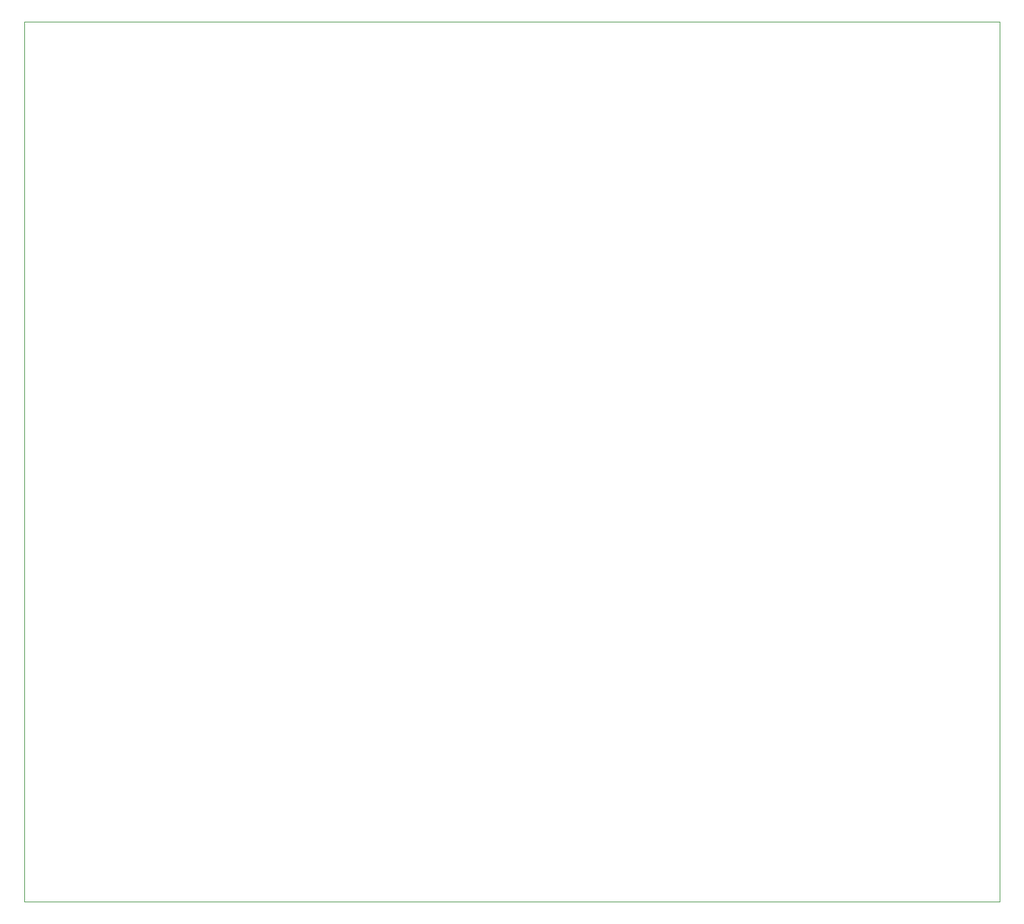
<source format=gbr>
%TF.GenerationSoftware,KiCad,Pcbnew,9.0.0*%
%TF.CreationDate,2025-04-20T12:54:08+05:30*%
%TF.ProjectId,IOT based traffic light smart control innovation,494f5420-6261-4736-9564-207472616666,rev?*%
%TF.SameCoordinates,Original*%
%TF.FileFunction,Profile,NP*%
%FSLAX46Y46*%
G04 Gerber Fmt 4.6, Leading zero omitted, Abs format (unit mm)*
G04 Created by KiCad (PCBNEW 9.0.0) date 2025-04-20 12:54:08*
%MOMM*%
%LPD*%
G01*
G04 APERTURE LIST*
%TA.AperFunction,Profile*%
%ADD10C,0.050000*%
%TD*%
G04 APERTURE END LIST*
D10*
X50000000Y-51000000D02*
X179000000Y-51000000D01*
X179000000Y-167500000D01*
X50000000Y-167500000D01*
X50000000Y-51000000D01*
M02*

</source>
